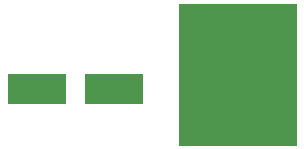
<source format=gtp>
G04 #@! TF.FileFunction,Paste,Top*
%FSLAX46Y46*%
G04 Gerber Fmt 4.6, Leading zero omitted, Abs format (unit mm)*
G04 Created by KiCad (PCBNEW 4.0.6) date 07/16/17 10:36:20*
%MOMM*%
%LPD*%
G01*
G04 APERTURE LIST*
%ADD10C,0.100000*%
%ADD11R,10.000000X12.000000*%
%ADD12R,5.000000X2.500000*%
G04 APERTURE END LIST*
D10*
D11*
X162000000Y-109264000D03*
D12*
X151500000Y-110500000D03*
X145000000Y-110500000D03*
M02*

</source>
